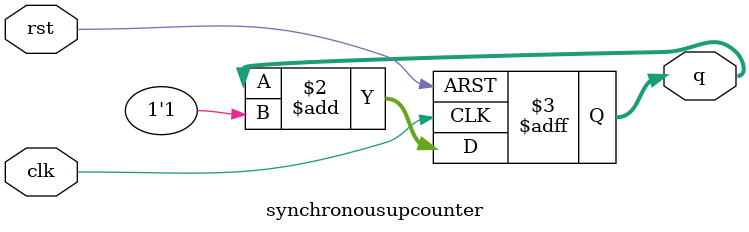
<source format=v>
module synchronousupcounter (
    input clk,
    input rst,
    output reg [3:0] q
);
always @(posedge clk or posedge rst) begin
if (rst)
  q <= 4'b0000;
else
  q <= q + 1'b1;
end
endmodule



/*output
meenakshi@meenakshi-Inspiron-3501:~/verilog/synchronousupcounter$ vvp synchronousupcounter.out
VCD info: dumpfile synchronousupcounter.vcd opened for output.
$time=0 |q=0000
$time=15 |q=0001
$time=25 |q=0010
$time=35 |q=0011
$time=45 |q=0100
$time=55 |q=0101
$time=65 |q=0110
$time=75 |q=0111
$time=85 |q=1000
$time=95 |q=1001
$time=105 |q=1010
$time=115 |q=1011
$time=125 |q=1100
$time=135 |q=1101
$time=145 |q=1110
$time=155 |q=1111
$time=165 |q=0000
$time=175 |q=0001
$time=185 |q=0010
$time=195 |q=0011
$time=205 |q=0100
synchronousupcounter_tb.v:17: $finish called at 210 (1s)
*/

</source>
